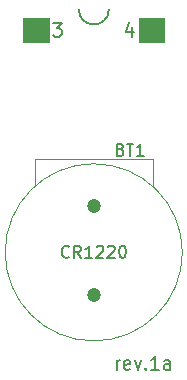
<source format=gbr>
G04 #@! TF.GenerationSoftware,KiCad,Pcbnew,(6.0.7)*
G04 #@! TF.CreationDate,2022-08-15T11:05:51+01:00*
G04 #@! TF.ProjectId,nwX287,6e775832-3837-42e6-9b69-6361645f7063,1a*
G04 #@! TF.SameCoordinates,Original*
G04 #@! TF.FileFunction,Legend,Top*
G04 #@! TF.FilePolarity,Positive*
%FSLAX46Y46*%
G04 Gerber Fmt 4.6, Leading zero omitted, Abs format (unit mm)*
G04 Created by KiCad (PCBNEW (6.0.7)) date 2022-08-15 11:05:51*
%MOMM*%
%LPD*%
G01*
G04 APERTURE LIST*
%ADD10C,0.150000*%
%ADD11C,0.200000*%
%ADD12C,0.100000*%
%ADD13C,0.120000*%
%ADD14C,1.200000*%
G04 APERTURE END LIST*
D10*
X133350000Y-77851000D02*
G75*
G03*
X135890000Y-77851000I1270000J0D01*
G01*
D11*
X137896571Y-79371857D02*
X137896571Y-80171857D01*
X137610857Y-78914714D02*
X137325142Y-79771857D01*
X138068000Y-79771857D01*
X131172000Y-78971857D02*
X131914857Y-78971857D01*
X131514857Y-79429000D01*
X131686285Y-79429000D01*
X131800571Y-79486142D01*
X131857714Y-79543285D01*
X131914857Y-79657571D01*
X131914857Y-79943285D01*
X131857714Y-80057571D01*
X131800571Y-80114714D01*
X131686285Y-80171857D01*
X131343428Y-80171857D01*
X131229142Y-80114714D01*
X131172000Y-80057571D01*
D12*
G36*
X140589000Y-80645000D02*
G01*
X138430000Y-80645000D01*
X138430000Y-78613000D01*
X140589000Y-78613000D01*
X140589000Y-80645000D01*
G37*
X140589000Y-80645000D02*
X138430000Y-80645000D01*
X138430000Y-78613000D01*
X140589000Y-78613000D01*
X140589000Y-80645000D01*
G36*
X130810000Y-80645000D02*
G01*
X128651000Y-80645000D01*
X128651000Y-78613000D01*
X130810000Y-78613000D01*
X130810000Y-80645000D01*
G37*
X130810000Y-80645000D02*
X128651000Y-80645000D01*
X128651000Y-78613000D01*
X130810000Y-78613000D01*
X130810000Y-80645000D01*
D11*
X136558619Y-108365857D02*
X136558619Y-107565857D01*
X136558619Y-107794428D02*
X136611000Y-107680142D01*
X136663380Y-107623000D01*
X136768142Y-107565857D01*
X136872904Y-107565857D01*
X137658619Y-108308714D02*
X137553857Y-108365857D01*
X137344333Y-108365857D01*
X137239571Y-108308714D01*
X137187190Y-108194428D01*
X137187190Y-107737285D01*
X137239571Y-107623000D01*
X137344333Y-107565857D01*
X137553857Y-107565857D01*
X137658619Y-107623000D01*
X137711000Y-107737285D01*
X137711000Y-107851571D01*
X137187190Y-107965857D01*
X138077666Y-107565857D02*
X138339571Y-108365857D01*
X138601476Y-107565857D01*
X139020523Y-108251571D02*
X139072904Y-108308714D01*
X139020523Y-108365857D01*
X138968142Y-108308714D01*
X139020523Y-108251571D01*
X139020523Y-108365857D01*
X140120523Y-108365857D02*
X139491952Y-108365857D01*
X139806238Y-108365857D02*
X139806238Y-107165857D01*
X139701476Y-107337285D01*
X139596714Y-107451571D01*
X139491952Y-107508714D01*
X141063380Y-108365857D02*
X141063380Y-107737285D01*
X141011000Y-107623000D01*
X140906238Y-107565857D01*
X140696714Y-107565857D01*
X140591952Y-107623000D01*
X141063380Y-108308714D02*
X140958619Y-108365857D01*
X140696714Y-108365857D01*
X140591952Y-108308714D01*
X140539571Y-108194428D01*
X140539571Y-108080142D01*
X140591952Y-107965857D01*
X140696714Y-107908714D01*
X140958619Y-107908714D01*
X141063380Y-107851571D01*
D10*
G04 #@! TO.C,BT1*
X136882285Y-89717571D02*
X137025142Y-89765190D01*
X137072761Y-89812809D01*
X137120380Y-89908047D01*
X137120380Y-90050904D01*
X137072761Y-90146142D01*
X137025142Y-90193761D01*
X136929904Y-90241380D01*
X136548952Y-90241380D01*
X136548952Y-89241380D01*
X136882285Y-89241380D01*
X136977523Y-89289000D01*
X137025142Y-89336619D01*
X137072761Y-89431857D01*
X137072761Y-89527095D01*
X137025142Y-89622333D01*
X136977523Y-89669952D01*
X136882285Y-89717571D01*
X136548952Y-89717571D01*
X137406095Y-89241380D02*
X137977523Y-89241380D01*
X137691809Y-90241380D02*
X137691809Y-89241380D01*
X138834666Y-90241380D02*
X138263238Y-90241380D01*
X138548952Y-90241380D02*
X138548952Y-89241380D01*
X138453714Y-89384238D01*
X138358476Y-89479476D01*
X138263238Y-89527095D01*
X132524761Y-98782142D02*
X132477142Y-98829761D01*
X132334285Y-98877380D01*
X132239047Y-98877380D01*
X132096190Y-98829761D01*
X132000952Y-98734523D01*
X131953333Y-98639285D01*
X131905714Y-98448809D01*
X131905714Y-98305952D01*
X131953333Y-98115476D01*
X132000952Y-98020238D01*
X132096190Y-97925000D01*
X132239047Y-97877380D01*
X132334285Y-97877380D01*
X132477142Y-97925000D01*
X132524761Y-97972619D01*
X133524761Y-98877380D02*
X133191428Y-98401190D01*
X132953333Y-98877380D02*
X132953333Y-97877380D01*
X133334285Y-97877380D01*
X133429523Y-97925000D01*
X133477142Y-97972619D01*
X133524761Y-98067857D01*
X133524761Y-98210714D01*
X133477142Y-98305952D01*
X133429523Y-98353571D01*
X133334285Y-98401190D01*
X132953333Y-98401190D01*
X134477142Y-98877380D02*
X133905714Y-98877380D01*
X134191428Y-98877380D02*
X134191428Y-97877380D01*
X134096190Y-98020238D01*
X134000952Y-98115476D01*
X133905714Y-98163095D01*
X134858095Y-97972619D02*
X134905714Y-97925000D01*
X135000952Y-97877380D01*
X135239047Y-97877380D01*
X135334285Y-97925000D01*
X135381904Y-97972619D01*
X135429523Y-98067857D01*
X135429523Y-98163095D01*
X135381904Y-98305952D01*
X134810476Y-98877380D01*
X135429523Y-98877380D01*
X135810476Y-97972619D02*
X135858095Y-97925000D01*
X135953333Y-97877380D01*
X136191428Y-97877380D01*
X136286666Y-97925000D01*
X136334285Y-97972619D01*
X136381904Y-98067857D01*
X136381904Y-98163095D01*
X136334285Y-98305952D01*
X135762857Y-98877380D01*
X136381904Y-98877380D01*
X137000952Y-97877380D02*
X137096190Y-97877380D01*
X137191428Y-97925000D01*
X137239047Y-97972619D01*
X137286666Y-98067857D01*
X137334285Y-98258333D01*
X137334285Y-98496428D01*
X137286666Y-98686904D01*
X137239047Y-98782142D01*
X137191428Y-98829761D01*
X137096190Y-98877380D01*
X137000952Y-98877380D01*
X136905714Y-98829761D01*
X136858095Y-98782142D01*
X136810476Y-98686904D01*
X136762857Y-98496428D01*
X136762857Y-98258333D01*
X136810476Y-98067857D01*
X136858095Y-97972619D01*
X136905714Y-97925000D01*
X137000952Y-97877380D01*
D13*
X129620000Y-90525000D02*
X129620000Y-92825000D01*
X139620000Y-90525000D02*
X129620000Y-90525000D01*
X139620000Y-92825000D02*
X139620000Y-90525000D01*
X142120667Y-98425000D02*
G75*
G03*
X142120667Y-98425000I-7500667J0D01*
G01*
G04 #@! TD*
D14*
G04 #@! TO.C,BT1*
X134620000Y-102025000D03*
X134620000Y-94525000D03*
G04 #@! TD*
M02*

</source>
